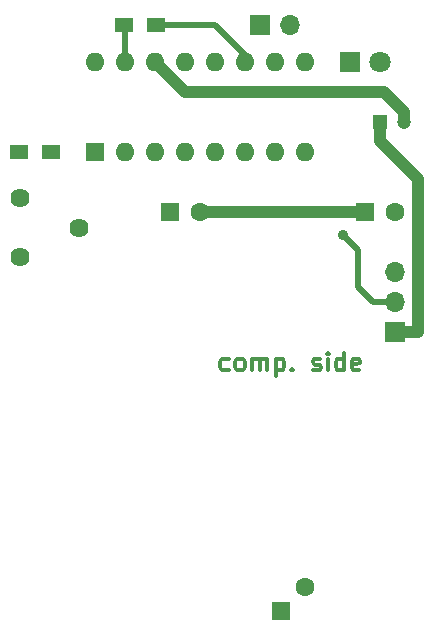
<source format=gbr>
G04 #@! TF.FileFunction,Copper,L1,Top,Signal*
%FSLAX46Y46*%
G04 Gerber Fmt 4.6, Leading zero omitted, Abs format (unit mm)*
G04 Created by KiCad (PCBNEW 4.0.5) date 03/22/17 00:40:04*
%MOMM*%
%LPD*%
G01*
G04 APERTURE LIST*
%ADD10C,0.100000*%
%ADD11C,0.300000*%
%ADD12R,1.600000X1.600000*%
%ADD13C,1.600000*%
%ADD14R,1.200000X1.200000*%
%ADD15C,1.200000*%
%ADD16R,1.800000X1.800000*%
%ADD17C,1.800000*%
%ADD18R,1.700000X1.700000*%
%ADD19O,1.700000X1.700000*%
%ADD20R,1.500000X1.300000*%
%ADD21C,1.620000*%
%ADD22O,1.600000X1.600000*%
%ADD23C,0.900000*%
%ADD24C,1.000000*%
%ADD25C,0.500000*%
G04 APERTURE END LIST*
D10*
D11*
X137025714Y-119987143D02*
X136882857Y-120058571D01*
X136597143Y-120058571D01*
X136454285Y-119987143D01*
X136382857Y-119915714D01*
X136311428Y-119772857D01*
X136311428Y-119344286D01*
X136382857Y-119201429D01*
X136454285Y-119130000D01*
X136597143Y-119058571D01*
X136882857Y-119058571D01*
X137025714Y-119130000D01*
X137882857Y-120058571D02*
X137739999Y-119987143D01*
X137668571Y-119915714D01*
X137597142Y-119772857D01*
X137597142Y-119344286D01*
X137668571Y-119201429D01*
X137739999Y-119130000D01*
X137882857Y-119058571D01*
X138097142Y-119058571D01*
X138239999Y-119130000D01*
X138311428Y-119201429D01*
X138382857Y-119344286D01*
X138382857Y-119772857D01*
X138311428Y-119915714D01*
X138239999Y-119987143D01*
X138097142Y-120058571D01*
X137882857Y-120058571D01*
X139025714Y-120058571D02*
X139025714Y-119058571D01*
X139025714Y-119201429D02*
X139097142Y-119130000D01*
X139240000Y-119058571D01*
X139454285Y-119058571D01*
X139597142Y-119130000D01*
X139668571Y-119272857D01*
X139668571Y-120058571D01*
X139668571Y-119272857D02*
X139740000Y-119130000D01*
X139882857Y-119058571D01*
X140097142Y-119058571D01*
X140240000Y-119130000D01*
X140311428Y-119272857D01*
X140311428Y-120058571D01*
X141025714Y-119058571D02*
X141025714Y-120558571D01*
X141025714Y-119130000D02*
X141168571Y-119058571D01*
X141454285Y-119058571D01*
X141597142Y-119130000D01*
X141668571Y-119201429D01*
X141740000Y-119344286D01*
X141740000Y-119772857D01*
X141668571Y-119915714D01*
X141597142Y-119987143D01*
X141454285Y-120058571D01*
X141168571Y-120058571D01*
X141025714Y-119987143D01*
X142382857Y-119915714D02*
X142454285Y-119987143D01*
X142382857Y-120058571D01*
X142311428Y-119987143D01*
X142382857Y-119915714D01*
X142382857Y-120058571D01*
X144168571Y-119987143D02*
X144311428Y-120058571D01*
X144597143Y-120058571D01*
X144740000Y-119987143D01*
X144811428Y-119844286D01*
X144811428Y-119772857D01*
X144740000Y-119630000D01*
X144597143Y-119558571D01*
X144382857Y-119558571D01*
X144240000Y-119487143D01*
X144168571Y-119344286D01*
X144168571Y-119272857D01*
X144240000Y-119130000D01*
X144382857Y-119058571D01*
X144597143Y-119058571D01*
X144740000Y-119130000D01*
X145454286Y-120058571D02*
X145454286Y-119058571D01*
X145454286Y-118558571D02*
X145382857Y-118630000D01*
X145454286Y-118701429D01*
X145525714Y-118630000D01*
X145454286Y-118558571D01*
X145454286Y-118701429D01*
X146811429Y-120058571D02*
X146811429Y-118558571D01*
X146811429Y-119987143D02*
X146668572Y-120058571D01*
X146382858Y-120058571D01*
X146240000Y-119987143D01*
X146168572Y-119915714D01*
X146097143Y-119772857D01*
X146097143Y-119344286D01*
X146168572Y-119201429D01*
X146240000Y-119130000D01*
X146382858Y-119058571D01*
X146668572Y-119058571D01*
X146811429Y-119130000D01*
X148097143Y-119987143D02*
X147954286Y-120058571D01*
X147668572Y-120058571D01*
X147525715Y-119987143D01*
X147454286Y-119844286D01*
X147454286Y-119272857D01*
X147525715Y-119130000D01*
X147668572Y-119058571D01*
X147954286Y-119058571D01*
X148097143Y-119130000D01*
X148168572Y-119272857D01*
X148168572Y-119415714D01*
X147454286Y-119558571D01*
D12*
X148590000Y-106680000D03*
D13*
X151090000Y-106680000D03*
D14*
X149860000Y-99060000D03*
D15*
X151860000Y-99060000D03*
D16*
X147320000Y-93980000D03*
D17*
X149860000Y-93980000D03*
D18*
X139700000Y-90805000D03*
D19*
X142240000Y-90805000D03*
D13*
X134620000Y-106680000D03*
D12*
X132080000Y-106680000D03*
D13*
X143510000Y-138430000D03*
D12*
X141478000Y-140462000D03*
D19*
X151130000Y-111760000D03*
D18*
X151130000Y-116840000D03*
D19*
X151130000Y-114300000D03*
D20*
X119300000Y-101600000D03*
X122000000Y-101600000D03*
X128190000Y-90805000D03*
X130890000Y-90805000D03*
D21*
X119380000Y-105490000D03*
X124380000Y-107990000D03*
X119380000Y-110490000D03*
D12*
X125730000Y-101600000D03*
D22*
X143510000Y-93980000D03*
X128270000Y-101600000D03*
X140970000Y-93980000D03*
X130810000Y-101600000D03*
X138430000Y-93980000D03*
X133350000Y-101600000D03*
X135890000Y-93980000D03*
X135890000Y-101600000D03*
X133350000Y-93980000D03*
X138430000Y-101600000D03*
X130810000Y-93980000D03*
X140970000Y-101600000D03*
X128270000Y-93980000D03*
X143510000Y-101600000D03*
X125730000Y-93980000D03*
D23*
X146685000Y-108585000D03*
D24*
X148590000Y-106680000D02*
X134620000Y-106680000D01*
X133350000Y-96520000D02*
X150168528Y-96520000D01*
X150168528Y-96520000D02*
X151860000Y-98211472D01*
X151860000Y-98211472D02*
X151860000Y-99060000D01*
X130810000Y-93980000D02*
X133350000Y-96520000D01*
X153035000Y-116785000D02*
X153035000Y-103835000D01*
X153035000Y-103835000D02*
X149860000Y-100660000D01*
X149860000Y-100660000D02*
X149860000Y-99060000D01*
X151130000Y-116840000D02*
X152980000Y-116840000D01*
X152980000Y-116840000D02*
X153035000Y-116785000D01*
D25*
X130890000Y-90805000D02*
X135890000Y-90805000D01*
X135890000Y-90805000D02*
X138430000Y-93345000D01*
X138430000Y-93345000D02*
X138430000Y-93980000D01*
X146685000Y-108585000D02*
X147955000Y-109855000D01*
X147955000Y-109855000D02*
X147955000Y-113030000D01*
X147955000Y-113030000D02*
X149225000Y-114300000D01*
X149225000Y-114300000D02*
X151130000Y-114300000D01*
X128270000Y-93980000D02*
X128270000Y-90885000D01*
X128270000Y-90885000D02*
X128190000Y-90805000D01*
M02*

</source>
